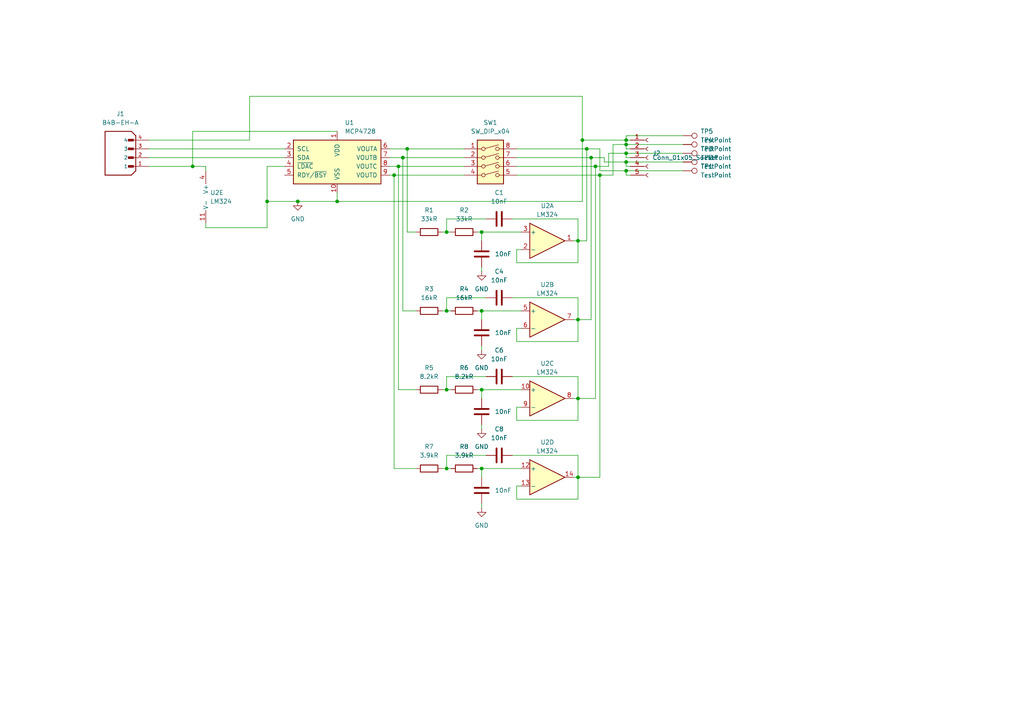
<source format=kicad_sch>
(kicad_sch (version 20231120) (generator "eeschema") (generator_version "8.0")
  (paper "A4")
  (lib_symbols
    (symbol "Amplifier_Operational:LM324" (pin_names (offset 0.127))
      (property "Reference" "U" (at 0 5.08 0))
      (property "Value" "LM324" (at 0 -5.08 0))
      (symbol "LM324_1_1"
        (polyline (pts (xy -5.08 5.08) (xy 5.08 0) (xy -5.08 -5.08) (xy -5.08 5.08)) (stroke (width 0.254)) (fill (type background)))
        (pin output line (at 7.62 0 180) (length 2.54) (name "~") (number "1"))
        (pin input line (at -7.62 -2.54 0) (length 2.54) (name "-") (number "2"))
        (pin input line (at -7.62 2.54 0) (length 2.54) (name "+") (number "3"))
      )
      (symbol "LM324_2_1"
        (polyline (pts (xy -5.08 5.08) (xy 5.08 0) (xy -5.08 -5.08) (xy -5.08 5.08)) (stroke (width 0.254)) (fill (type background)))
        (pin input line (at -7.62 2.54 0) (length 2.54) (name "+") (number "5"))
        (pin input line (at -7.62 -2.54 0) (length 2.54) (name "-") (number "6"))
        (pin output line (at 7.62 0 180) (length 2.54) (name "~") (number "7"))
      )
      (symbol "LM324_3_1"
        (polyline (pts (xy -5.08 5.08) (xy 5.08 0) (xy -5.08 -5.08) (xy -5.08 5.08)) (stroke (width 0.254)) (fill (type background)))
        (pin input line (at -7.62 2.54 0) (length 2.54) (name "+") (number "10"))
        (pin output line (at 7.62 0 180) (length 2.54) (name "~") (number "8"))
        (pin input line (at -7.62 -2.54 0) (length 2.54) (name "-") (number "9"))
      )
      (symbol "LM324_4_1"
        (polyline (pts (xy -5.08 5.08) (xy 5.08 0) (xy -5.08 -5.08) (xy -5.08 5.08)) (stroke (width 0.254)) (fill (type background)))
        (pin input line (at -7.62 2.54 0) (length 2.54) (name "+") (number "12"))
        (pin input line (at -7.62 -2.54 0) (length 2.54) (name "-") (number "13"))
        (pin output line (at 7.62 0 180) (length 2.54) (name "~") (number "14"))
      )
      (symbol "LM324_5_1"
        (pin power_in line (at -2.54 -7.62 90) (length 3.81) (name "V-") (number "11"))
        (pin power_in line (at -2.54 7.62 270) (length 3.81) (name "V+") (number "4"))
      )
    )
    (symbol "Analog_DAC:MCP4728" (pin_names (offset 1.016))
      (property "Reference" "U" (at -12.7 6.35 0))
      (property "Value" "MCP4728" (at 12.7 6.35 0))
      (symbol "MCP4728_0_1"
        (rectangle (start -12.7 5.08) (end 12.7 -7.62) (stroke (width 0.254)) (fill (type background)))
      )
      (symbol "MCP4728_1_1"
        (pin power_in line (at 0 7.62 270) (length 2.54) (name "VDD") (number "1"))
        (pin power_in line (at 0 -10.16 90) (length 2.54) (name "VSS") (number "10"))
        (pin input line (at -15.24 2.54 0) (length 2.54) (name "SCL") (number "2"))
        (pin bidirectional line (at -15.24 0 0) (length 2.54) (name "SDA") (number "3"))
        (pin input line (at -15.24 -2.54 0) (length 2.54) (name "~{LDAC}") (number "4"))
        (pin output line (at -15.24 -5.08 0) (length 2.54) (name "RDY/~{BSY}") (number "5"))
        (pin output line (at 15.24 2.54 180) (length 2.54) (name "VOUTA") (number "6"))
        (pin output line (at 15.24 0 180) (length 2.54) (name "VOUTB") (number "7"))
        (pin output line (at 15.24 -2.54 180) (length 2.54) (name "VOUTC") (number "8"))
        (pin output line (at 15.24 -5.08 180) (length 2.54) (name "VOUTD") (number "9"))
      )
    )
    (symbol "B4B-EH-A:B4B-EH-A" (pin_names (offset 1.016))
      (property "Reference" "J" (at -2.54 8.382 0))
      (property "Value" "B4B-EH-A" (at -2.54 -7.62 0))
      (symbol "B4B-EH-A_0_0"
        (rectangle (start -3.175 -2.8575) (end -1.5875 -2.2225) (stroke (width 0.1)) (fill (type outline)))
        (rectangle (start -3.175 -0.3175) (end -1.5875 0.3175) (stroke (width 0.1)) (fill (type outline)))
        (rectangle (start -3.175 2.2225) (end -1.5875 2.8575) (stroke (width 0.1)) (fill (type outline)))
        (rectangle (start -3.175 4.7625) (end -1.5875 5.3975) (stroke (width 0.1)) (fill (type outline)))
        (polyline (pts (xy -3.81 -3.81) (xy -2.54 -5.08)) (stroke (width 0.254)))
        (polyline (pts (xy -3.81 6.35) (xy -3.81 -3.81)) (stroke (width 0.254)))
        (polyline (pts (xy -3.81 6.35) (xy -2.54 7.62)) (stroke (width 0.254)))
        (polyline (pts (xy -2.54 -5.08) (xy 5.08 -5.08)) (stroke (width 0.254)))
        (polyline (pts (xy 5.08 -5.08) (xy 5.08 7.62)) (stroke (width 0.254)))
        (polyline (pts (xy 5.08 7.62) (xy -2.54 7.62)) (stroke (width 0.254)))
        (pin passive line (at -7.62 5.08 0) (length 5.08) (name "1") (number "1"))
        (pin passive line (at -7.62 2.54 0) (length 5.08) (name "2") (number "2"))
        (pin passive line (at -7.62 0 0) (length 5.08) (name "3") (number "3"))
        (pin passive line (at -7.62 -2.54 0) (length 5.08) (name "4") (number "4"))
      )
    )
    (symbol "Connector:Conn_01x05_Socket" (pin_names (offset 1.016) hide)
      (property "Reference" "J" (at 0 7.62 0))
      (property "Value" "Conn_01x05_Socket" (at 0 -7.62 0))
      (symbol "Conn_01x05_Socket_1_1"
        (arc (start 0 -4.572) (mid -0.5058 -5.08) (end 0 -5.588) (stroke (width 0.1524)))
        (arc (start 0 -2.032) (mid -0.5058 -2.54) (end 0 -3.048) (stroke (width 0.1524)))
        (polyline (pts (xy -1.27 -5.08) (xy -0.508 -5.08)) (stroke (width 0.1524)))
        (polyline (pts (xy -1.27 -2.54) (xy -0.508 -2.54)) (stroke (width 0.1524)))
        (polyline (pts (xy -1.27 0) (xy -0.508 0)) (stroke (width 0.1524)))
        (polyline (pts (xy -1.27 2.54) (xy -0.508 2.54)) (stroke (width 0.1524)))
        (polyline (pts (xy -1.27 5.08) (xy -0.508 5.08)) (stroke (width 0.1524)))
        (arc (start 0 0.508) (mid -0.5058 0) (end 0 -0.508) (stroke (width 0.1524)))
        (arc (start 0 3.048) (mid -0.5058 2.54) (end 0 2.032) (stroke (width 0.1524)))
        (arc (start 0 5.588) (mid -0.5058 5.08) (end 0 4.572) (stroke (width 0.1524)))
        (pin passive line (at -5.08 5.08 0) (length 3.81) (name "Pin_1") (number "1"))
        (pin passive line (at -5.08 2.54 0) (length 3.81) (name "Pin_2") (number "2"))
        (pin passive line (at -5.08 0 0) (length 3.81) (name "Pin_3") (number "3"))
        (pin passive line (at -5.08 -2.54 0) (length 3.81) (name "Pin_4") (number "4"))
        (pin passive line (at -5.08 -5.08 0) (length 3.81) (name "Pin_5") (number "5"))
      )
    )
    (symbol "Connector:TestPoint" (pin_numbers hide) (pin_names (offset 0.762) hide)
      (property "Reference" "TP" (at 0 6.858 0))
      (property "Value" "TestPoint" (at 0 5.08 0))
      (symbol "TestPoint_0_1"
        (circle (center 0 3.302) (radius 0.762))
      )
      (symbol "TestPoint_1_1"
        (pin passive line (at 0 0 90) (length 2.54) (name "1") (number "1"))
      )
    )
    (symbol "Device:C" (pin_numbers hide) (pin_names (offset 0.254))
      (property "Reference" "C" (at 0.635 2.54 0))
      (property "Value" "C" (at 0.635 -2.54 0))
      (symbol "C_0_1"
        (polyline (pts (xy -2.032 -0.762) (xy 2.032 -0.762)) (stroke (width 0.508)))
        (polyline (pts (xy -2.032 0.762) (xy 2.032 0.762)) (stroke (width 0.508)))
      )
      (symbol "C_1_1"
        (pin passive line (at 0 3.81 270) (length 2.794) (name "~") (number "1"))
        (pin passive line (at 0 -3.81 90) (length 2.794) (name "~") (number "2"))
      )
    )
    (symbol "Device:R" (pin_numbers hide) (pin_names (offset 0))
      (property "Reference" "R" (at 2.032 0 90))
      (property "Value" "R" (at 0 0 90))
      (symbol "R_0_1"
        (rectangle (start -1.016 -2.54) (end 1.016 2.54) (stroke (width 0.254)))
      )
      (symbol "R_1_1"
        (pin passive line (at 0 3.81 270) (length 1.27) (name "~") (number "1"))
        (pin passive line (at 0 -3.81 90) (length 1.27) (name "~") (number "2"))
      )
    )
    (symbol "Switch:SW_DIP_x04" (pin_names (offset 0) hide)
      (property "Reference" "SW" (at 0 8.89 0))
      (property "Value" "SW_DIP_x04" (at 0 -6.35 0))
      (symbol "SW_DIP_x04_0_0"
        (circle (center -2.032 -2.54) (radius 0.508))
        (circle (center -2.032 0) (radius 0.508))
        (circle (center -2.032 2.54) (radius 0.508))
        (circle (center -2.032 5.08) (radius 0.508))
        (polyline (pts (xy -1.524 -2.3876) (xy 2.3622 -1.3462)))
        (polyline (pts (xy -1.524 0.127) (xy 2.3622 1.1684)))
        (polyline (pts (xy -1.524 2.667) (xy 2.3622 3.7084)))
        (polyline (pts (xy -1.524 5.207) (xy 2.3622 6.2484)))
        (circle (center 2.032 -2.54) (radius 0.508))
        (circle (center 2.032 0) (radius 0.508))
        (circle (center 2.032 2.54) (radius 0.508))
        (circle (center 2.032 5.08) (radius 0.508))
      )
      (symbol "SW_DIP_x04_0_1"
        (rectangle (start -3.81 7.62) (end 3.81 -5.08) (stroke (width 0.254)) (fill (type background)))
      )
      (symbol "SW_DIP_x04_1_1"
        (pin passive line (at -7.62 5.08 0) (length 5.08) (name "~") (number "1"))
        (pin passive line (at -7.62 2.54 0) (length 5.08) (name "~") (number "2"))
        (pin passive line (at -7.62 0 0) (length 5.08) (name "~") (number "3"))
        (pin passive line (at -7.62 -2.54 0) (length 5.08) (name "~") (number "4"))
        (pin passive line (at 7.62 -2.54 180) (length 5.08) (name "~") (number "5"))
        (pin passive line (at 7.62 0 180) (length 5.08) (name "~") (number "6"))
        (pin passive line (at 7.62 2.54 180) (length 5.08) (name "~") (number "7"))
        (pin passive line (at 7.62 5.08 180) (length 5.08) (name "~") (number "8"))
      )
    )
    (symbol "power:GND" (power) (pin_numbers hide) (pin_names (offset 0) hide)
      (property "Value" "GND" (at 0 -3.81 0))
      (symbol "GND_0_1"
        (polyline (pts (xy 0 0) (xy 0 -1.27) (xy 1.27 -1.27) (xy 0 -2.54) (xy -1.27 -1.27) (xy 0 -1.27)))
      )
      (symbol "GND_1_1"
        (pin power_in line (at 0 0 270) (length 0) (name "~") (number "1"))
      )
    )
  )
  (junction (at 86.36 58.42))
  (junction (at 181.61 49.53))
  (junction (at 129.54 113.03))
  (junction (at 167.64 138.43))
  (junction (at 181.61 44.45))
  (junction (at 139.7 67.31))
  (junction (at 114.3 50.8))
  (junction (at 167.64 69.85))
  (junction (at 139.7 113.03))
  (junction (at 129.54 67.31))
  (junction (at 173.99 50.8))
  (junction (at 171.45 45.72))
  (junction (at 116.84 45.72))
  (junction (at 167.64 115.57))
  (junction (at 129.54 90.17))
  (junction (at 115.57 48.26))
  (junction (at 181.61 40.64))
  (junction (at 168.91 40.64))
  (junction (at 139.7 90.17))
  (junction (at 55.88 48.26))
  (junction (at 139.7 135.89))
  (junction (at 181.61 46.99))
  (junction (at 181.61 41.91))
  (junction (at 97.79 58.42))
  (junction (at 170.18 43.18))
  (junction (at 167.64 92.71))
  (junction (at 77.47 58.42))
  (junction (at 129.54 135.89))
  (junction (at 172.72 48.26))
  (junction (at 118.11 43.18))
  (wire (pts (xy 97.79 38.1) (xy 55.88 38.1)))
  (wire (pts (xy 181.61 39.37) (xy 198.12 39.37)))
  (wire (pts (xy 148.59 86.36) (xy 167.64 86.36)))
  (wire (pts (xy 97.79 58.42) (xy 168.91 58.42)))
  (wire (pts (xy 166.37 69.85) (xy 167.64 69.85)))
  (wire (pts (xy 167.64 63.5) (xy 167.64 69.85)))
  (wire (pts (xy 129.54 109.22) (xy 129.54 113.03)))
  (wire (pts (xy 129.54 113.03) (xy 130.81 113.03)))
  (wire (pts (xy 139.7 90.17) (xy 139.7 92.71)))
  (wire (pts (xy 175.26 45.72) (xy 171.45 45.72)))
  (wire (pts (xy 55.88 48.26) (xy 43.18 48.26)))
  (wire (pts (xy 170.18 69.85) (xy 167.64 69.85)))
  (wire (pts (xy 173.99 138.43) (xy 167.64 138.43)))
  (wire (pts (xy 167.64 115.57) (xy 167.64 121.92)))
  (wire (pts (xy 181.61 49.53) (xy 173.99 49.53)))
  (wire (pts (xy 116.84 90.17) (xy 120.65 90.17)))
  (wire (pts (xy 128.27 113.03) (xy 129.54 113.03)))
  (wire (pts (xy 120.65 113.03) (xy 115.57 113.03)))
  (wire (pts (xy 139.7 100.33) (xy 139.7 101.6)))
  (wire (pts (xy 139.7 135.89) (xy 139.7 138.43)))
  (wire (pts (xy 181.61 44.45) (xy 198.12 44.45)))
  (wire (pts (xy 43.18 45.72) (xy 82.55 45.72)))
  (wire (pts (xy 139.7 113.03) (xy 139.7 115.57)))
  (wire (pts (xy 167.64 86.36) (xy 167.64 92.71)))
  (wire (pts (xy 129.54 90.17) (xy 130.81 90.17)))
  (wire (pts (xy 148.59 109.22) (xy 167.64 109.22)))
  (wire (pts (xy 116.84 45.72) (xy 134.62 45.72)))
  (wire (pts (xy 149.86 118.11) (xy 151.13 118.11)))
  (wire (pts (xy 129.54 135.89) (xy 130.81 135.89)))
  (wire (pts (xy 149.86 99.06) (xy 167.64 99.06)))
  (wire (pts (xy 139.7 123.19) (xy 139.7 124.46)))
  (wire (pts (xy 149.86 121.92) (xy 149.86 118.11)))
  (wire (pts (xy 115.57 113.03) (xy 115.57 48.26)))
  (wire (pts (xy 167.64 92.71) (xy 166.37 92.71)))
  (wire (pts (xy 181.61 46.99) (xy 181.61 48.26)))
  (wire (pts (xy 175.26 46.99) (xy 175.26 45.72)))
  (wire (pts (xy 114.3 135.89) (xy 120.65 135.89)))
  (wire (pts (xy 138.43 113.03) (xy 139.7 113.03)))
  (wire (pts (xy 128.27 90.17) (xy 129.54 90.17)))
  (wire (pts (xy 140.97 63.5) (xy 129.54 63.5)))
  (wire (pts (xy 182.88 50.8) (xy 181.61 50.8)))
  (wire (pts (xy 113.03 43.18) (xy 118.11 43.18)))
  (wire (pts (xy 181.61 43.18) (xy 182.88 43.18)))
  (wire (pts (xy 167.64 138.43) (xy 166.37 138.43)))
  (wire (pts (xy 171.45 45.72) (xy 171.45 92.71)))
  (wire (pts (xy 148.59 132.08) (xy 167.64 132.08)))
  (wire (pts (xy 166.37 115.57) (xy 167.64 115.57)))
  (wire (pts (xy 43.18 40.64) (xy 72.39 40.64)))
  (wire (pts (xy 140.97 132.08) (xy 129.54 132.08)))
  (wire (pts (xy 181.61 41.91) (xy 177.8 41.91)))
  (wire (pts (xy 138.43 135.89) (xy 139.7 135.89)))
  (wire (pts (xy 128.27 67.31) (xy 129.54 67.31)))
  (wire (pts (xy 172.72 115.57) (xy 167.64 115.57)))
  (wire (pts (xy 114.3 50.8) (xy 134.62 50.8)))
  (wire (pts (xy 168.91 40.64) (xy 181.61 40.64)))
  (wire (pts (xy 149.86 48.26) (xy 172.72 48.26)))
  (wire (pts (xy 181.61 41.91) (xy 181.61 43.18)))
  (wire (pts (xy 97.79 55.88) (xy 97.79 58.42)))
  (wire (pts (xy 149.86 140.97) (xy 149.86 144.78)))
  (wire (pts (xy 149.86 45.72) (xy 171.45 45.72)))
  (wire (pts (xy 138.43 90.17) (xy 139.7 90.17)))
  (wire (pts (xy 167.64 99.06) (xy 167.64 92.71)))
  (wire (pts (xy 118.11 43.18) (xy 118.11 67.31)))
  (wire (pts (xy 149.86 76.2) (xy 149.86 72.39)))
  (wire (pts (xy 181.61 45.72) (xy 181.61 44.45)))
  (wire (pts (xy 198.12 41.91) (xy 181.61 41.91)))
  (wire (pts (xy 139.7 67.31) (xy 139.7 69.85)))
  (wire (pts (xy 149.86 43.18) (xy 170.18 43.18)))
  (wire (pts (xy 181.61 44.45) (xy 176.53 44.45)))
  (wire (pts (xy 139.7 90.17) (xy 151.13 90.17)))
  (wire (pts (xy 173.99 43.18) (xy 170.18 43.18)))
  (wire (pts (xy 113.03 45.72) (xy 116.84 45.72)))
  (wire (pts (xy 173.99 49.53) (xy 173.99 43.18)))
  (wire (pts (xy 140.97 109.22) (xy 129.54 109.22)))
  (wire (pts (xy 182.88 40.64) (xy 181.61 40.64)))
  (wire (pts (xy 167.64 109.22) (xy 167.64 115.57)))
  (wire (pts (xy 173.99 50.8) (xy 173.99 138.43)))
  (wire (pts (xy 59.69 66.04) (xy 77.47 66.04)))
  (wire (pts (xy 182.88 45.72) (xy 181.61 45.72)))
  (wire (pts (xy 77.47 58.42) (xy 86.36 58.42)))
  (wire (pts (xy 170.18 43.18) (xy 170.18 69.85)))
  (wire (pts (xy 181.61 48.26) (xy 182.88 48.26)))
  (wire (pts (xy 149.86 50.8) (xy 173.99 50.8)))
  (wire (pts (xy 148.59 63.5) (xy 167.64 63.5)))
  (wire (pts (xy 129.54 86.36) (xy 129.54 90.17)))
  (wire (pts (xy 181.61 46.99) (xy 175.26 46.99)))
  (wire (pts (xy 176.53 48.26) (xy 172.72 48.26)))
  (wire (pts (xy 129.54 132.08) (xy 129.54 135.89)))
  (wire (pts (xy 139.7 113.03) (xy 151.13 113.03)))
  (wire (pts (xy 82.55 48.26) (xy 77.47 48.26)))
  (wire (pts (xy 171.45 92.71) (xy 167.64 92.71)))
  (wire (pts (xy 115.57 48.26) (xy 134.62 48.26)))
  (wire (pts (xy 168.91 27.94) (xy 168.91 40.64)))
  (wire (pts (xy 139.7 67.31) (xy 151.13 67.31)))
  (wire (pts (xy 167.64 121.92) (xy 149.86 121.92)))
  (wire (pts (xy 151.13 95.25) (xy 149.86 95.25)))
  (wire (pts (xy 167.64 144.78) (xy 167.64 138.43)))
  (wire (pts (xy 181.61 40.64) (xy 181.61 39.37)))
  (wire (pts (xy 139.7 77.47) (xy 139.7 78.74)))
  (wire (pts (xy 149.86 144.78) (xy 167.64 144.78)))
  (wire (pts (xy 167.64 132.08) (xy 167.64 138.43)))
  (wire (pts (xy 198.12 46.99) (xy 181.61 46.99)))
  (wire (pts (xy 77.47 66.04) (xy 77.47 58.42)))
  (wire (pts (xy 172.72 48.26) (xy 172.72 115.57)))
  (wire (pts (xy 167.64 76.2) (xy 149.86 76.2)))
  (wire (pts (xy 43.18 43.18) (xy 82.55 43.18)))
  (wire (pts (xy 177.8 50.8) (xy 173.99 50.8)))
  (wire (pts (xy 129.54 63.5) (xy 129.54 67.31)))
  (wire (pts (xy 59.69 64.77) (xy 59.69 66.04)))
  (wire (pts (xy 59.69 49.53) (xy 59.69 48.26)))
  (wire (pts (xy 72.39 40.64) (xy 72.39 27.94)))
  (wire (pts (xy 113.03 50.8) (xy 114.3 50.8)))
  (wire (pts (xy 116.84 45.72) (xy 116.84 90.17)))
  (wire (pts (xy 115.57 48.26) (xy 113.03 48.26)))
  (wire (pts (xy 72.39 27.94) (xy 168.91 27.94)))
  (wire (pts (xy 181.61 50.8) (xy 181.61 49.53)))
  (wire (pts (xy 181.61 49.53) (xy 198.12 49.53)))
  (wire (pts (xy 140.97 86.36) (xy 129.54 86.36)))
  (wire (pts (xy 177.8 41.91) (xy 177.8 50.8)))
  (wire (pts (xy 176.53 44.45) (xy 176.53 48.26)))
  (wire (pts (xy 151.13 140.97) (xy 149.86 140.97)))
  (wire (pts (xy 86.36 58.42) (xy 97.79 58.42)))
  (wire (pts (xy 138.43 67.31) (xy 139.7 67.31)))
  (wire (pts (xy 149.86 72.39) (xy 151.13 72.39)))
  (wire (pts (xy 139.7 146.05) (xy 139.7 147.32)))
  (wire (pts (xy 128.27 135.89) (xy 129.54 135.89)))
  (wire (pts (xy 55.88 38.1) (xy 55.88 48.26)))
  (wire (pts (xy 59.69 48.26) (xy 55.88 48.26)))
  (wire (pts (xy 114.3 50.8) (xy 114.3 135.89)))
  (wire (pts (xy 139.7 135.89) (xy 151.13 135.89)))
  (wire (pts (xy 77.47 48.26) (xy 77.47 58.42)))
  (wire (pts (xy 118.11 43.18) (xy 134.62 43.18)))
  (wire (pts (xy 167.64 69.85) (xy 167.64 76.2)))
  (wire (pts (xy 149.86 95.25) (xy 149.86 99.06)))
  (wire (pts (xy 129.54 67.31) (xy 130.81 67.31)))
  (wire (pts (xy 168.91 40.64) (xy 168.91 58.42)))
  (wire (pts (xy 120.65 67.31) (xy 118.11 67.31)))
  (symbol (lib_id "Amplifier_Operational:LM324") (at 158.75 92.71 0) (unit 2)
    (property "Reference" "U2" (at 158.75 82.55 0))
    (property "Value" "LM324" (at 158.75 85.09 0))
    (property "Footprint" "Package_SO:SOIC-14_3.9x8.7mm_P1.27mm" (effects (hide yes)))
    (property "Datasheet" "http://www.ti.com/lit/ds/symlink/lm2902-n.pdf" (effects (hide yes)))
    (property "Description" "Low-Power, Quad-Operational Amplifiers, DIP-14/SOIC-14/SSOP-14" (effects (hide yes)))
  )
  (symbol (lib_id "power:GND") (at 86.36 58.42 0) (unit 1)
    (property "Reference" "#PWR01" (effects (hide yes)))
    (property "Value" "GND" (at 86.36 63.5 0))
    (property "Description" "Power symbol creates a global label with name \"GND\" , ground" (effects (hide yes)))
  )
  (symbol (lib_id "Connector:TestPoint") (at 198.12 49.53 270) (unit 1)
    (property "Reference" "TP1" (at 203.2 48.2599 90) (effects (justify left)))
    (property "Value" "TestPoint" (at 203.2 50.7999 90) (effects (justify left)))
    (property "Footprint" "TestPoint:TestPoint_Pad_1.0x1.0mm" (effects (hide yes)))
    (property "Description" "test point" (effects (hide yes)))
  )
  (symbol (lib_id "Device:R") (at 124.46 135.89 90) (unit 1)
    (property "Reference" "R7" (at 124.46 129.54 90))
    (property "Value" "3.9kR" (at 124.46 132.08 90))
    (property "Footprint" "Resistor_SMD:R_0603_1608Metric_Pad0.98x0.95mm_HandSolder" (effects (hide yes)))
    (property "Description" "Resistor" (effects (hide yes)))
  )
  (symbol (lib_id "Device:R") (at 124.46 90.17 90) (unit 1)
    (property "Reference" "R3" (at 124.46 83.82 90))
    (property "Value" "16kR" (at 124.46 86.36 90))
    (property "Footprint" "Resistor_SMD:R_0603_1608Metric_Pad0.98x0.95mm_HandSolder" (effects (hide yes)))
    (property "Description" "Resistor" (effects (hide yes)))
  )
  (symbol (lib_id "Connector:Conn_01x05_Socket") (at 187.96 45.72 0) (unit 1)
    (property "Reference" "J2" (at 189.23 44.4499 0) (effects (justify left)))
    (property "Value" "Conn_01x05_Socket" (at 189.23 45.7199 0) (effects (justify left)))
    (property "Footprint" "Connector_PinSocket_2.54mm:PinSocket_1x05_P2.54mm_Vertical" (effects (hide yes)))
    (property "Description" "Generic connector, single row, 01x05, script generated" (effects (hide yes)))
  )
  (symbol (lib_id "Device:C") (at 144.78 132.08 90) (unit 1)
    (property "Reference" "C8" (at 144.78 124.46 90))
    (property "Value" "10nF" (at 144.78 127 90))
    (property "Footprint" "Capacitor_SMD:C_0603_1608Metric_Pad1.08x0.95mm_HandSolder" (effects (hide yes)))
    (property "Description" "Unpolarized capacitor" (effects (hide yes)))
  )
  (symbol (lib_id "Analog_DAC:MCP4728") (at 97.79 45.72 0) (unit 1)
    (property "Reference" "U1" (at 99.9841 35.56 0) (effects (justify left)))
    (property "Value" "MCP4728" (at 99.9841 38.1 0) (effects (justify left)))
    (property "Footprint" "Package_SO:TSSOP-10_3x3mm_P0.5mm" (effects (hide yes)))
    (property "Datasheet" "http://ww1.microchip.com/downloads/en/DeviceDoc/22187E.pdf" (effects (hide yes)))
    (property "Description" "12-bit digital to analog converter, quad output, 2.048V internal reference, integrated EEPROM, I2C interface" (effects (hide yes)))
  )
  (symbol (lib_id "Device:R") (at 134.62 113.03 90) (unit 1)
    (property "Reference" "R6" (at 134.62 106.68 90))
    (property "Value" "8.2kR" (at 134.62 109.22 90))
    (property "Footprint" "Resistor_SMD:R_0603_1608Metric_Pad0.98x0.95mm_HandSolder" (effects (hide yes)))
    (property "Description" "Resistor" (effects (hide yes)))
  )
  (symbol (lib_id "Amplifier_Operational:LM324") (at 158.75 115.57 0) (unit 3)
    (property "Reference" "U2" (at 158.75 105.41 0))
    (property "Value" "LM324" (at 158.75 107.95 0))
    (property "Footprint" "Package_SO:SOIC-14_3.9x8.7mm_P1.27mm" (effects (hide yes)))
    (property "Datasheet" "http://www.ti.com/lit/ds/symlink/lm2902-n.pdf" (effects (hide yes)))
    (property "Description" "Low-Power, Quad-Operational Amplifiers, DIP-14/SOIC-14/SSOP-14" (effects (hide yes)))
  )
  (symbol (lib_id "Amplifier_Operational:LM324") (at 158.75 138.43 0) (unit 4)
    (property "Reference" "U2" (at 158.75 128.27 0))
    (property "Value" "LM324" (at 158.75 130.81 0))
    (property "Footprint" "Package_SO:SOIC-14_3.9x8.7mm_P1.27mm" (effects (hide yes)))
    (property "Datasheet" "http://www.ti.com/lit/ds/symlink/lm2902-n.pdf" (effects (hide yes)))
    (property "Description" "Low-Power, Quad-Operational Amplifiers, DIP-14/SOIC-14/SSOP-14" (effects (hide yes)))
  )
  (symbol (lib_id "Connector:TestPoint") (at 198.12 41.91 270) (unit 1)
    (property "Reference" "TP4" (at 203.2 40.6399 90) (effects (justify left)))
    (property "Value" "TestPoint" (at 203.2 43.1799 90) (effects (justify left)))
    (property "Footprint" "TestPoint:TestPoint_Pad_1.0x1.0mm" (effects (hide yes)))
    (property "Description" "test point" (effects (hide yes)))
  )
  (symbol (lib_id "Device:C") (at 139.7 73.66 0) (unit 1)
    (property "Reference" "C2" (effects (hide yes)))
    (property "Value" "10nF" (at 143.51 73.6599 0) (effects (justify left)))
    (property "Footprint" "Capacitor_SMD:C_0603_1608Metric_Pad1.08x0.95mm_HandSolder" (effects (hide yes)))
    (property "Description" "Unpolarized capacitor" (effects (hide yes)))
  )
  (symbol (lib_id "Device:C") (at 144.78 86.36 90) (unit 1)
    (property "Reference" "C4" (at 144.78 78.74 90))
    (property "Value" "10nF" (at 144.78 81.28 90))
    (property "Footprint" "Capacitor_SMD:C_0603_1608Metric_Pad1.08x0.95mm_HandSolder" (effects (hide yes)))
    (property "Description" "Unpolarized capacitor" (effects (hide yes)))
  )
  (symbol (lib_id "Device:C") (at 139.7 96.52 0) (unit 1)
    (property "Reference" "C3" (effects (hide yes)))
    (property "Value" "10nF" (at 143.51 96.5199 0) (effects (justify left)))
    (property "Footprint" "Capacitor_SMD:C_0603_1608Metric_Pad1.08x0.95mm_HandSolder" (effects (hide yes)))
    (property "Description" "Unpolarized capacitor" (effects (hide yes)))
  )
  (symbol (lib_id "Device:C") (at 139.7 142.24 0) (unit 1)
    (property "Reference" "C7" (effects (hide yes)))
    (property "Value" "10nF" (at 143.51 142.2399 0) (effects (justify left)))
    (property "Footprint" "Capacitor_SMD:C_0603_1608Metric_Pad1.08x0.95mm_HandSolder" (effects (hide yes)))
    (property "Description" "Unpolarized capacitor" (effects (hide yes)))
  )
  (symbol (lib_id "power:GND") (at 139.7 101.6 0) (unit 1)
    (property "Reference" "#PWR03" (effects (hide yes)))
    (property "Value" "GND" (at 139.7 106.68 0))
    (property "Description" "Power symbol creates a global label with name \"GND\" , ground" (effects (hide yes)))
  )
  (symbol (lib_id "Connector:TestPoint") (at 198.12 46.99 270) (unit 1)
    (property "Reference" "TP2" (at 203.2 45.7199 90) (effects (justify left)))
    (property "Value" "TestPoint" (at 203.2 48.2599 90) (effects (justify left)))
    (property "Footprint" "TestPoint:TestPoint_Pad_1.0x1.0mm" (effects (hide yes)))
    (property "Description" "test point" (effects (hide yes)))
  )
  (symbol (lib_id "power:GND") (at 139.7 78.74 0) (unit 1)
    (property "Reference" "#PWR02" (effects (hide yes)))
    (property "Value" "GND" (at 139.7 83.82 0))
    (property "Description" "Power symbol creates a global label with name \"GND\" , ground" (effects (hide yes)))
  )
  (symbol (lib_id "power:GND") (at 139.7 147.32 0) (unit 1)
    (property "Reference" "#PWR05" (effects (hide yes)))
    (property "Value" "GND" (at 139.7 152.4 0))
    (property "Description" "Power symbol creates a global label with name \"GND\" , ground" (effects (hide yes)))
  )
  (symbol (lib_id "Device:R") (at 134.62 67.31 90) (unit 1)
    (property "Reference" "R2" (at 134.62 60.96 90))
    (property "Value" "33kR" (at 134.62 63.5 90))
    (property "Footprint" "Resistor_SMD:R_0603_1608Metric_Pad0.98x0.95mm_HandSolder" (effects (hide yes)))
    (property "Description" "Resistor" (effects (hide yes)))
  )
  (symbol (lib_id "Switch:SW_DIP_x04") (at 142.24 48.26 0) (unit 1)
    (property "Reference" "SW1" (at 142.24 35.56 0))
    (property "Value" "SW_DIP_x04" (at 142.24 38.1 0))
    (property "Footprint" "Button_Switch_THT:SW_DIP_SPSTx04_Slide_9.78x12.34mm_W7.62mm_P2.54mm" (effects (hide yes)))
    (property "Description" "4x DIP Switch, Single Pole Single Throw (SPST) switch, small symbol" (effects (hide yes)))
  )
  (symbol (lib_id "Connector:TestPoint") (at 198.12 39.37 270) (unit 1)
    (property "Reference" "TP5" (at 203.2 38.0999 90) (effects (justify left)))
    (property "Value" "TestPoint" (at 203.2 40.6399 90) (effects (justify left)))
    (property "Footprint" "TestPoint:TestPoint_Pad_1.0x1.0mm" (effects (hide yes)))
    (property "Description" "test point" (effects (hide yes)))
  )
  (symbol (lib_id "Device:R") (at 124.46 113.03 90) (unit 1)
    (property "Reference" "R5" (at 124.46 106.68 90))
    (property "Value" "8.2kR" (at 124.46 109.22 90))
    (property "Footprint" "Resistor_SMD:R_0603_1608Metric_Pad0.98x0.95mm_HandSolder" (effects (hide yes)))
    (property "Description" "Resistor" (effects (hide yes)))
  )
  (symbol (lib_id "B4B-EH-A:B4B-EH-A") (at 35.56 43.18 180) (unit 1)
    (property "Reference" "J1" (at 34.925 33.02 0))
    (property "Value" "B4B-EH-A" (at 34.925 35.56 0))
    (property "Footprint" "Connector_JST:JST_EH_B4B-EH-A_1x04_P2.50mm_Vertical" (effects (hide yes)))
    (property "STANDARD" "Manufacturer Recommendations" (effects (hide yes)))
    (property "SNAPEDA_PN" "B4B-EH-A" (effects (hide yes)))
    (property "MAXIMUM_PACKAGE_HEIGHT" "6mm" (effects (hide yes)))
    (property "MANUFACTURER" "JST" (effects (hide yes)))
  )
  (symbol (lib_id "Device:C") (at 144.78 109.22 90) (unit 1)
    (property "Reference" "C6" (at 144.78 101.6 90))
    (property "Value" "10nF" (at 144.78 104.14 90))
    (property "Footprint" "Capacitor_SMD:C_0603_1608Metric_Pad1.08x0.95mm_HandSolder" (effects (hide yes)))
    (property "Description" "Unpolarized capacitor" (effects (hide yes)))
  )
  (symbol (lib_id "Amplifier_Operational:LM324") (at 158.75 69.85 0) (unit 1)
    (property "Reference" "U2" (at 158.75 59.69 0))
    (property "Value" "LM324" (at 158.75 62.23 0))
    (property "Footprint" "Package_SO:SOIC-14_3.9x8.7mm_P1.27mm" (effects (hide yes)))
    (property "Datasheet" "http://www.ti.com/lit/ds/symlink/lm2902-n.pdf" (effects (hide yes)))
    (property "Description" "Low-Power, Quad-Operational Amplifiers, DIP-14/SOIC-14/SSOP-14" (effects (hide yes)))
  )
  (symbol (lib_id "Device:C") (at 144.78 63.5 90) (unit 1)
    (property "Reference" "C1" (at 144.78 55.88 90))
    (property "Value" "10nF" (at 144.78 58.42 90))
    (property "Footprint" "Capacitor_SMD:C_0603_1608Metric_Pad1.08x0.95mm_HandSolder" (effects (hide yes)))
    (property "Description" "Unpolarized capacitor" (effects (hide yes)))
  )
  (symbol (lib_id "Connector:TestPoint") (at 198.12 44.45 270) (unit 1)
    (property "Reference" "TP3" (at 203.2 43.1799 90) (effects (justify left)))
    (property "Value" "TestPoint" (at 203.2 45.7199 90) (effects (justify left)))
    (property "Footprint" "TestPoint:TestPoint_Pad_1.0x1.0mm" (effects (hide yes)))
    (property "Description" "test point" (effects (hide yes)))
  )
  (symbol (lib_id "Device:R") (at 134.62 90.17 90) (unit 1)
    (property "Reference" "R4" (at 134.62 83.82 90))
    (property "Value" "16kR" (at 134.62 86.36 90))
    (property "Footprint" "Resistor_SMD:R_0603_1608Metric_Pad0.98x0.95mm_HandSolder" (effects (hide yes)))
    (property "Description" "Resistor" (effects (hide yes)))
  )
  (symbol (lib_id "Device:R") (at 134.62 135.89 90) (unit 1)
    (property "Reference" "R8" (at 134.62 129.54 90))
    (property "Value" "3.9kR" (at 134.62 132.08 90))
    (property "Footprint" "Resistor_SMD:R_0603_1608Metric_Pad0.98x0.95mm_HandSolder" (effects (hide yes)))
    (property "Description" "Resistor" (effects (hide yes)))
  )
  (symbol (lib_id "Device:R") (at 124.46 67.31 90) (unit 1)
    (property "Reference" "R1" (at 124.46 60.96 90))
    (property "Value" "33kR" (at 124.46 63.5 90))
    (property "Footprint" "Resistor_SMD:R_0603_1608Metric_Pad0.98x0.95mm_HandSolder" (effects (hide yes)))
    (property "Description" "Resistor" (effects (hide yes)))
  )
  (symbol (lib_id "Device:C") (at 139.7 119.38 0) (unit 1)
    (property "Reference" "C5" (effects (hide yes)))
    (property "Value" "10nF" (at 143.51 119.3799 0) (effects (justify left)))
    (property "Footprint" "Capacitor_SMD:C_0603_1608Metric_Pad1.08x0.95mm_HandSolder" (effects (hide yes)))
    (property "Description" "Unpolarized capacitor" (effects (hide yes)))
  )
  (symbol (lib_id "Amplifier_Operational:LM324") (at 62.23 57.15 0) (unit 5)
    (property "Reference" "U2" (at 60.96 55.8799 0) (effects (justify left)))
    (property "Value" "LM324" (at 60.96 58.4199 0) (effects (justify left)))
    (property "Footprint" "Package_SO:SOIC-14_3.9x8.7mm_P1.27mm" (effects (hide yes)))
    (property "Datasheet" "http://www.ti.com/lit/ds/symlink/lm2902-n.pdf" (effects (hide yes)))
    (property "Description" "Low-Power, Quad-Operational Amplifiers, DIP-14/SOIC-14/SSOP-14" (effects (hide yes)))
  )
  (symbol (lib_id "power:GND") (at 139.7 124.46 0) (unit 1)
    (property "Reference" "#PWR04" (effects (hide yes)))
    (property "Value" "GND" (at 139.7 129.54 0))
    (property "Description" "Power symbol creates a global label with name \"GND\" , ground" (effects (hide yes)))
  )
)
</source>
